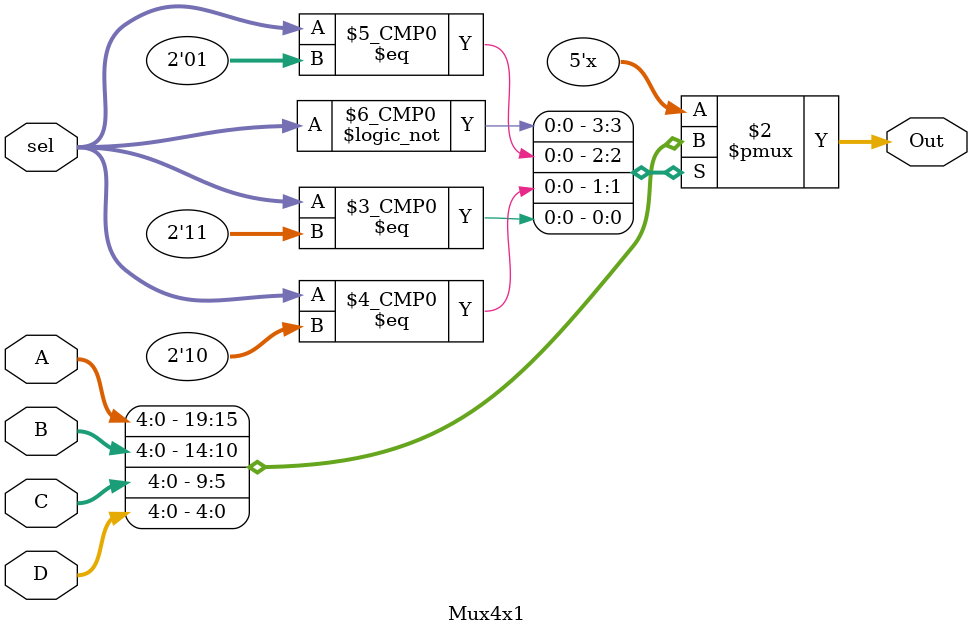
<source format=v>
`timescale 1ns / 1ps


module Mux4x1
    (
        input [4:0] A,B,C,D,
        input [1:0] sel,
        output reg [4:0] Out
    );

    always @(*) 
    begin
        case (sel)
            0:Out=A;
            1:Out=B;
            2:Out=C;
            3:Out=D; 
            default:Out='b0; 
        endcase    
    end
endmodule

</source>
